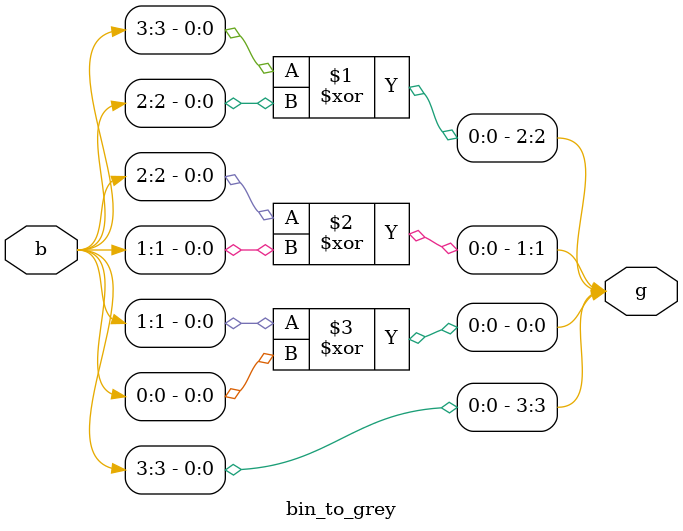
<source format=v>
`timescale 1ns / 1ps
module bin_to_grey(b,g);
	input [3:0]b;
	output [3:0]g;
	
	assign g[3] = b[3];
	assign g[2] = b[3] ^ b[2];
	assign g[1] = b[2] ^ b[1];
	assign g[0] = b[1] ^ b[0];
	
endmodule

</source>
